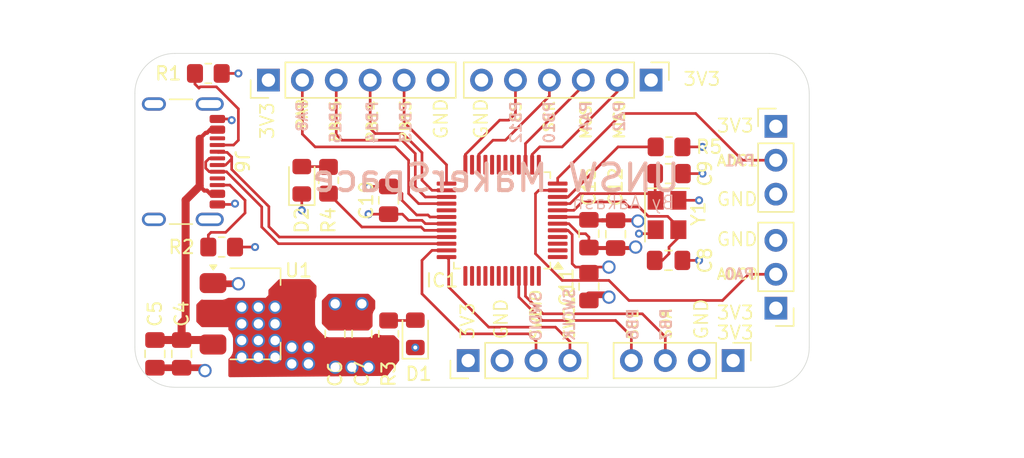
<source format=kicad_pcb>
(kicad_pcb (version 20241229) (generator "pcbnew") (generator_version "9.0")
  (layers (0 "F.Cu" signal) (4 "In1.Cu" signal) (6 "In2.Cu" signal) (2 "B.Cu" signal) (13 "F.Paste" user) (15 "B.Paste" user) (5 "F.SilkS" user "F.Silkscreen") (7 "B.SilkS" user "B.Silkscreen") (1 "F.Mask" user) (3 "B.Mask" user) (25 "Edge.Cuts" user))
  (net 0 "")
  (net 1 "+3V3")
  (net 2 "GND")
  (net 3 "VBUS")
  (net 4 "/X_IN")
  (net 5 "/X_OUT")
  (net 6 "Net-(D1-A)")
  (net 7 "Net-(D2-A)")
  (net 8 "/SWDIO")
  (net 9 "/SWCLK")
  (net 10 "/I2C_SCL")
  (net 11 "/I2C_SDA")
  (net 12 "/ADC0")
  (net 13 "/ADC1")
  (net 14 "/SPI_MISO")
  (net 15 "/SPI_CS")
  (net 16 "/SPI_MOSI")
  (net 17 "/SPI_SCK")
  (net 18 "/USB-DP")
  (net 19 "/USB_DM")
  (net 21 "Net-(J6-CC2)")
  (net 22 "Net-(J6-CC1)")
  (net 23 "/GPIO0")
  (net 24 "/GPIO1")
  (net 25 "/GPIO3")
  (net 26 "/GPIO2")
  (net 27 "/LED0")
  (net 51 "Net-(IC1-PF2)")
  (footprint "Capacitor_SMD:C_0805_2012Metric_Pad1.18x1.45mm_HandSolder" (layer "F.Cu") (at 171 42.9625 -90)
    (property "Reference" "C13" (at -7.4625 0 90) (layer "F.SilkS"))
    (property "Value" "100nF" (hide yes))
    (pad "1" smd roundrect (at -1.0375 0 270) (size 1.175 1.45) (layers "F.Cu" "F.Mask" "F.Paste") (roundrect_rratio 0.212766) (net 1 "+3V3"))
    (pad "2" smd roundrect (at 1.0375 0 270) (size 1.175 1.45) (layers "F.Cu" "F.Mask" "F.Paste") (roundrect_rratio 0.212766) (net 2 "GND"))
  )
  (footprint "Connector_PinHeader_2.54mm:PinHeader_1x04_P2.54mm_Vertical" (layer "F.Cu") (at 161.96 48.5 90)
    (property "Reference" "J1" (hide yes))
    (property "Value" "Conn_01x04_MountingPin" (hide yes))
    (pad "1" thru_hole rect (at 0 0 90) (size 1.7 1.7) (drill 1) (layers "*.Cu" "*.Mask") (net 1 "+3V3"))
    (pad "2" thru_hole oval (at 0 2.54 90) (size 1.7 1.7) (drill 1) (layers "*.Cu" "*.Mask") (net 2 "GND"))
    (pad "3" thru_hole oval (at 0 5.08 90) (size 1.7 1.7) (drill 1) (layers "*.Cu" "*.Mask") (net 8 "/SWDIO"))
    (pad "4" thru_hole oval (at 0 7.62 90) (size 1.7 1.7) (drill 1) (layers "*.Cu" "*.Mask") (net 9 "/SWCLK"))
  )
  (footprint "Connector_USB:USB_C_Receptacle_GCT_USB4105-xx-A_16P_TopMnt_Horizontal" (layer "F.Cu") (at 139.5 33.61 -90)
    (property "Reference" "J6" (at 0 -5.5 270) (layer "F.SilkS"))
    (property "Value" "USB_C_Receptacle_USB2.0_14P" (hide yes))
    (pad "" np_thru_hole circle (at -2.89 -2.605 270) (size 0.65 0.65) (drill 0.65) (layers "F&B.Cu" "*.Mask"))
    (pad "" np_thru_hole circle (at 2.89 -2.605 270) (size 0.65 0.65) (drill 0.65) (layers "F&B.Cu" "*.Mask"))
    (pad "A1" smd roundrect (at -3.2 -3.68 270) (size 0.6 1.15) (layers "F.Cu" "F.Mask" "F.Paste") (net 2 "GND"))
    (pad "A4" smd roundrect (at -2.4 -3.68 270) (size 0.6 1.15) (layers "F.Cu" "F.Mask" "F.Paste") (net 3 "VBUS"))
    (pad "A5" smd roundrect (at -1.25 -3.68 270) (size 0.3 1.15) (layers "F.Cu" "F.Mask" "F.Paste") (net 22 "Net-(J6-CC1)"))
    (pad "A6" smd roundrect (at -0.25 -3.68 270) (size 0.3 1.15) (layers "F.Cu" "F.Mask" "F.Paste") (net 18 "/USB-DP"))
    (pad "A7" smd roundrect (at 0.25 -3.68 270) (size 0.3 1.15) (layers "F.Cu" "F.Mask" "F.Paste") (net 19 "/USB_DM"))
    (pad "A8" smd roundrect (at 1.25 -3.68 270) (size 0.3 1.15) (layers "F.Cu" "F.Mask" "F.Paste"))
    (pad "A9" smd roundrect (at 2.4 -3.68 270) (size 0.6 1.15) (layers "F.Cu" "F.Mask" "F.Paste") (net 3 "VBUS"))
    (pad "A12" smd roundrect (at 3.2 -3.68 270) (size 0.6 1.15) (layers "F.Cu" "F.Mask" "F.Paste") (net 2 "GND"))
    (pad "B1" smd roundrect (at 3.2 -3.68 270) (size 0.6 1.15) (layers "F.Cu" "F.Mask" "F.Paste") (net 2 "GND"))
    (pad "B4" smd roundrect (at 2.4 -3.68 270) (size 0.6 1.15) (layers "F.Cu" "F.Mask" "F.Paste") (net 3 "VBUS"))
    (pad "B5" smd roundrect (at 1.75 -3.68 270) (size 0.3 1.15) (layers "F.Cu" "F.Mask" "F.Paste") (net 21 "Net-(J6-CC2)"))
    (pad "B6" smd roundrect (at 0.75 -3.68 270) (size 0.3 1.15) (layers "F.Cu" "F.Mask" "F.Paste") (net 18 "/USB-DP"))
    (pad "B7" smd roundrect (at -0.75 -3.68 270) (size 0.3 1.15) (layers "F.Cu" "F.Mask" "F.Paste") (net 19 "/USB_DM"))
    (pad "B8" smd roundrect (at -1.75 -3.68 270) (size 0.3 1.15) (layers "F.Cu" "F.Mask" "F.Paste"))
    (pad "B9" smd roundrect (at -2.4 -3.68 270) (size 0.6 1.15) (layers "F.Cu" "F.Mask" "F.Paste") (net 3 "VBUS"))
    (pad "B12" smd roundrect (at -3.2 -3.68 270) (size 0.6 1.15) (layers "F.Cu" "F.Mask" "F.Paste") (net 2 "GND"))
    (pad "S1" thru_hole oval (at -4.32 -3.105 270) (size 1 2.1) (drill oval 0.6 1.7) (layers "*.Cu" "*.Mask" "F.Paste"))
    (pad "S1" thru_hole oval (at -4.32 1.075 270) (size 1 1.8) (drill oval 0.6 1.4) (layers "*.Cu" "*.Mask" "F.Paste"))
    (pad "S1" thru_hole oval (at 4.32 -3.105 270) (size 1 2.1) (drill oval 0.6 1.7) (layers "*.Cu" "*.Mask" "F.Paste"))
    (pad "S1" thru_hole oval (at 4.32 1.075 270) (size 1 1.8) (drill oval 0.6 1.4) (layers "*.Cu" "*.Mask" "F.Paste"))
  )
  (footprint "Capacitor_SMD:C_0805_2012Metric_Pad1.18x1.45mm_HandSolder" (layer "F.Cu") (at 140.5 48 -90)
    (property "Reference" "C4" (at -3 0 90) (layer "F.SilkS"))
    (property "Value" "4u7F" (hide yes))
    (pad "1" smd roundrect (at -1.0375 0 270) (size 1.175 1.45) (layers "F.Cu" "F.Mask" "F.Paste") (roundrect_rratio 0.212766) (net 3 "VBUS"))
    (pad "2" smd roundrect (at 1.0375 0 270) (size 1.175 1.45) (layers "F.Cu" "F.Mask" "F.Paste") (roundrect_rratio 0.212766) (net 2 "GND"))
  )
  (footprint "Resistor_SMD:R_0805_2012Metric_Pad1.20x1.40mm_HandSolder" (layer "F.Cu") (at 177 32.5 180)
    (property "Reference" "R5" (at -3 0 0) (layer "F.SilkS"))
    (property "Value" "1k" (hide yes))
    (pad "1" smd roundrect (at -1 0 180) (size 1.2 1.4) (layers "F.Cu" "F.Mask" "F.Paste") (roundrect_rratio 0.208333) (net 1 "+3V3"))
    (pad "2" smd roundrect (at 1 0 180) (size 1.2 1.4) (layers "F.Cu" "F.Mask" "F.Paste") (roundrect_rratio 0.208333) (net 51 "Net-(IC1-PF2)"))
  )
  (footprint "Capacitor_SMD:C_0805_2012Metric_Pad1.18x1.45mm_HandSolder" (layer "F.Cu") (at 171 39 90)
    (property "Reference" "C11" (at -4 -1.68 90) (layer "F.SilkS"))
    (property "Value" "100nF" (hide yes))
    (pad "1" smd roundrect (at -1.0375 0 90) (size 1.175 1.45) (layers "F.Cu" "F.Mask" "F.Paste") (roundrect_rratio 0.212766) (net 1 "+3V3"))
    (pad "2" smd roundrect (at 1.0375 0 90) (size 1.175 1.45) (layers "F.Cu" "F.Mask" "F.Paste") (roundrect_rratio 0.212766) (net 2 "GND"))
  )
  (footprint "Connector_PinHeader_2.54mm:PinHeader_1x03_P2.54mm_Vertical" (layer "F.Cu") (at 185 30.96)
    (property "Reference" "J4" (hide yes))
    (property "Value" "Conn_01x03" (hide yes))
    (pad "1" thru_hole rect (at 0 0) (size 1.7 1.7) (drill 1) (layers "*.Cu" "*.Mask") (net 1 "+3V3"))
    (pad "2" thru_hole oval (at 0 2.54) (size 1.7 1.7) (drill 1) (layers "*.Cu" "*.Mask") (net 13 "/ADC1"))
    (pad "3" thru_hole oval (at 0 5.08) (size 1.7 1.7) (drill 1) (layers "*.Cu" "*.Mask") (net 2 "GND"))
  )
  (footprint "Resistor_SMD:R_0805_2012Metric_Pad1.20x1.40mm_HandSolder" (layer "F.Cu") (at 156 46.5 90)
    (property "Reference" "R3" (at -3 0 90) (layer "F.SilkS"))
    (property "Value" "1k" (hide yes))
    (pad "1" smd roundrect (at -1 0 90) (size 1.2 1.4) (layers "F.Cu" "F.Mask" "F.Paste") (roundrect_rratio 0.208333) (net 1 "+3V3"))
    (pad "2" smd roundrect (at 1 0 90) (size 1.2 1.4) (layers "F.Cu" "F.Mask" "F.Paste") (roundrect_rratio 0.208333) (net 6 "Net-(D1-A)"))
  )
  (footprint "Capacitor_SMD:C_0805_2012Metric_Pad1.18x1.45mm_HandSolder" (layer "F.Cu") (at 176.9625 41)
    (property "Reference" "C8" (at 2.7375 0 90) (layer "F.SilkS"))
    (property "Value" "14pf" (hide yes))
    (pad "1" smd roundrect (at -1.0375 0) (size 1.175 1.45) (layers "F.Cu" "F.Mask" "F.Paste") (roundrect_rratio 0.212766) (net 4 "/X_IN"))
    (pad "2" smd roundrect (at 1.0375 0) (size 1.175 1.45) (layers "F.Cu" "F.Mask" "F.Paste") (roundrect_rratio 0.212766) (net 2 "GND"))
  )
  (footprint "Connector_PinHeader_2.54mm:PinHeader_1x06_P2.54mm_Vertical" (layer "F.Cu") (at 147 27.5 90)
    (property "Reference" "J7" (hide yes))
    (property "Value" "Conn_01x06" (hide yes))
    (pad "1" thru_hole rect (at 0 0 90) (size 1.7 1.7) (drill 1) (layers "*.Cu" "*.Mask") (net 1 "+3V3"))
    (pad "2" thru_hole oval (at 0 2.54 90) (size 1.7 1.7) (drill 1) (layers "*.Cu" "*.Mask") (net 23 "/GPIO0"))
    (pad "3" thru_hole oval (at 0 5.08 90) (size 1.7 1.7) (drill 1) (layers "*.Cu" "*.Mask") (net 24 "/GPIO1"))
    (pad "4" thru_hole oval (at 0 7.62 90) (size 1.7 1.7) (drill 1) (layers "*.Cu" "*.Mask") (net 26 "/GPIO2"))
    (pad "5" thru_hole oval (at 0 10.16 90) (size 1.7 1.7) (drill 1) (layers "*.Cu" "*.Mask") (net 25 "/GPIO3"))
    (pad "6" thru_hole oval (at 0 12.7 90) (size 1.7 1.7) (drill 1) (layers "*.Cu" "*.Mask") (net 2 "GND"))
  )
  (footprint "Capacitor_SMD:C_0805_2012Metric_Pad1.18x1.45mm_HandSolder" (layer "F.Cu") (at 154 46.5 90)
    (property "Reference" "C7" (at -3 0 90) (layer "F.SilkS"))
    (property "Value" "4u7F" (hide yes))
    (pad "1" smd roundrect (at -1.0375 0 90) (size 1.175 1.45) (layers "F.Cu" "F.Mask" "F.Paste") (roundrect_rratio 0.212766) (net 1 "+3V3"))
    (pad "2" smd roundrect (at 1.0375 0 90) (size 1.175 1.45) (layers "F.Cu" "F.Mask" "F.Paste") (roundrect_rratio 0.212766) (net 2 "GND"))
  )
  (footprint "Package_QFP:LQFP-48_7x7mm_P0.5mm" (layer "F.Cu") (at 164.5 38 180)
    (property "Reference" "IC1" (at 4.5 -4.5 0) (layer "F.SilkS"))
    (property "Value" "STM32C071CBTxN" (hide yes))
    (pad "1" smd roundrect (at -4.1625 -2.75 180) (size 1.475 0.3) (layers "F.Cu" "F.Mask" "F.Paste"))
    (pad "2" smd roundrect (at -4.1625 -2.25 180) (size 1.475 0.3) (layers "F.Cu" "F.Mask" "F.Paste"))
    (pad "3" smd roundrect (at -4.1625 -1.75 180) (size 1.475 0.3) (layers "F.Cu" "F.Mask" "F.Paste"))
    (pad "4" smd roundrect (at -4.1625 -1.25 180) (size 1.475 0.3) (layers "F.Cu" "F.Mask" "F.Paste"))
    (pad "5" smd roundrect (at -4.1625 -0.75 180) (size 1.475 0.3) (layers "F.Cu" "F.Mask" "F.Paste") (net 1 "+3V3"))
    (pad "6" smd roundrect (at -4.1625 -0.25 180) (size 1.475 0.3) (layers "F.Cu" "F.Mask" "F.Paste") (net 1 "+3V3"))
    (pad "7" smd roundrect (at -4.1625 0.25 180) (size 1.475 0.3) (layers "F.Cu" "F.Mask" "F.Paste") (net 2 "GND"))
    (pad "8" smd roundrect (at -4.1625 0.75 180) (size 1.475 0.3) (layers "F.Cu" "F.Mask" "F.Paste") (net 4 "/X_IN"))
    (pad "9" smd roundrect (at -4.1625 1.25 180) (size 1.475 0.3) (layers "F.Cu" "F.Mask" "F.Paste") (net 5 "/X_OUT"))
    (pad "10" smd roundrect (at -4.1625 1.75 180) (size 1.475 0.3) (layers "F.Cu" "F.Mask" "F.Paste") (net 51 "Net-(IC1-PF2)"))
    (pad "11" smd roundrect (at -4.1625 2.25 180) (size 1.475 0.3) (layers "F.Cu" "F.Mask" "F.Paste") (net 12 "/ADC0"))
    (pad "12" smd roundrect (at -4.1625 2.75 180) (size 1.475 0.3) (layers "F.Cu" "F.Mask" "F.Paste") (net 13 "/ADC1"))
    (pad "13" smd roundrect (at -2.75 4.1625 180) (size 0.3 1.475) (layers "F.Cu" "F.Mask" "F.Paste"))
    (pad "14" smd roundrect (at -2.25 4.1625 180) (size 0.3 1.475) (layers "F.Cu" "F.Mask" "F.Paste") (net 14 "/SPI_MISO"))
    (pad "15" smd roundrect (at -1.75 4.1625 180) (size 0.3 1.475) (layers "F.Cu" "F.Mask" "F.Paste") (net 16 "/SPI_MOSI"))
    (pad "16" smd roundrect (at -1.25 4.1625 180) (size 0.3 1.475) (layers "F.Cu" "F.Mask" "F.Paste"))
    (pad "17" smd roundrect (at -0.75 4.1625 180) (size 0.3 1.475) (layers "F.Cu" "F.Mask" "F.Paste"))
    (pad "18" smd roundrect (at -0.25 4.1625 180) (size 0.3 1.475) (layers "F.Cu" "F.Mask" "F.Paste"))
    (pad "19" smd roundrect (at 0.25 4.1625 180) (size 0.3 1.475) (layers "F.Cu" "F.Mask" "F.Paste"))
    (pad "20" smd roundrect (at 0.75 4.1625 180) (size 0.3 1.475) (layers "F.Cu" "F.Mask" "F.Paste"))
    (pad "21" smd roundrect (at 1.25 4.1625 180) (size 0.3 1.475) (layers "F.Cu" "F.Mask" "F.Paste"))
    (pad "22" smd roundrect (at 1.75 4.1625 180) (size 0.3 1.475) (layers "F.Cu" "F.Mask" "F.Paste") (net 17 "/SPI_SCK"))
    (pad "23" smd roundrect (at 2.25 4.1625 180) (size 0.3 1.475) (layers "F.Cu" "F.Mask" "F.Paste"))
    (pad "24" smd roundrect (at 2.75 4.1625 180) (size 0.3 1.475) (layers "F.Cu" "F.Mask" "F.Paste") (net 15 "/SPI_CS"))
    (pad "25" smd roundrect (at 4.1625 2.75 180) (size 1.475 0.3) (layers "F.Cu" "F.Mask" "F.Paste") (net 25 "/GPIO3"))
    (pad "26" smd roundrect (at 4.1625 2.25 180) (size 1.475 0.3) (layers "F.Cu" "F.Mask" "F.Paste") (net 26 "/GPIO2"))
    (pad "27" smd roundrect (at 4.1625 1.75 180) (size 1.475 0.3) (layers "F.Cu" "F.Mask" "F.Paste") (net 24 "/GPIO1"))
    (pad "28" smd roundrect (at 4.1625 1.25 180) (size 1.475 0.3) (layers "F.Cu" "F.Mask" "F.Paste") (net 23 "/GPIO0"))
    (pad "29" smd roundrect (at 4.1625 0.75 180) (size 1.475 0.3) (layers "F.Cu" "F.Mask" "F.Paste"))
    (pad "30" smd roundrect (at 4.1625 0.25 180) (size 1.475 0.3) (layers "F.Cu" "F.Mask" "F.Paste") (net 2 "GND"))
    (pad "31" smd roundrect (at 4.1625 -0.25 180) (size 1.475 0.3) (layers "F.Cu" "F.Mask" "F.Paste") (net 1 "+3V3"))
    (pad "32" smd roundrect (at 4.1625 -0.75 180) (size 1.475 0.3) (layers "F.Cu" "F.Mask" "F.Paste") (net 27 "/LED0"))
    (pad "33" smd roundrect (at 4.1625 -1.25 180) (size 1.475 0.3) (layers "F.Cu" "F.Mask" "F.Paste") (net 19 "/USB_DM"))
    (pad "34" smd roundrect (at 4.1625 -1.75 180) (size 1.475 0.3) (layers "F.Cu" "F.Mask" "F.Paste") (net 18 "/USB-DP"))
    (pad "35" smd roundrect (at 4.1625 -2.25 180) (size 1.475 0.3) (layers "F.Cu" "F.Mask" "F.Paste"))
    (pad "36" smd roundrect (at 4.1625 -2.75 180) (size 1.475 0.3) (layers "F.Cu" "F.Mask" "F.Paste"))
    (pad "37" smd roundrect (at 2.75 -4.1625 180) (size 0.3 1.475) (layers "F.Cu" "F.Mask" "F.Paste"))
    (pad "38" smd roundrect (at 2.25 -4.1625 180) (size 0.3 1.475) (layers "F.Cu" "F.Mask" "F.Paste"))
    (pad "39" smd roundrect (at 1.75 -4.1625 180) (size 0.3 1.475) (layers "F.Cu" "F.Mask" "F.Paste"))
    (pad "40" smd roundrect (at 1.25 -4.1625 180) (size 0.3 1.475) (layers "F.Cu" "F.Mask" "F.Paste"))
    (pad "41" smd roundrect (at 0.75 -4.1625 180) (size 0.3 1.475) (layers "F.Cu" "F.Mask" "F.Paste"))
    (pad "42" smd roundrect (at 0.25 -4.1625 180) (size 0.3 1.475) (layers "F.Cu" "F.Mask" "F.Paste"))
    (pad "43" smd roundrect (at -0.25 -4.1625 180) (size 0.3 1.475) (layers "F.Cu" "F.Mask" "F.Paste"))
    (pad "44" smd roundrect (at -0.75 -4.1625 180) (size 0.3 1.475) (layers "F.Cu" "F.Mask" "F.Paste"))
    (pad "45" smd roundrect (at -1.25 -4.1625 180) (size 0.3 1.475) (layers "F.Cu" "F.Mask" "F.Paste") (net 10 "/I2C_SCL"))
    (pad "46" smd roundrect (at -1.75 -4.1625 180) (size 0.3 1.475) (layers "F.Cu" "F.Mask" "F.Paste") (net 11 "/I2C_SDA"))
    (pad "47" smd roundrect (at -2.25 -4.1625 180) (size 0.3 1.475) (layers "F.Cu" "F.Mask" "F.Paste"))
    (pad "48" smd roundrect (at -2.75 -4.1625 180) (size 0.3 1.475) (layers "F.Cu" "F.Mask" "F.Paste"))
  )
  (footprint "Capacitor_SMD:C_0805_2012Metric_Pad1.18x1.45mm_HandSolder" (layer "F.Cu") (at 138.5 48 -90)
    (property "Reference" "C5" (at -3 0 90) (layer "F.SilkS"))
    (property "Value" "100nF" (hide yes))
    (pad "1" smd roundrect (at -1.0375 0 270) (size 1.175 1.45) (layers "F.Cu" "F.Mask" "F.Paste") (roundrect_rratio 0.212766) (net 3 "VBUS"))
    (pad "2" smd roundrect (at 1.0375 0 270) (size 1.175 1.45) (layers "F.Cu" "F.Mask" "F.Paste") (roundrect_rratio 0.212766) (net 2 "GND"))
  )
  (footprint "Package_TO_SOT_SMD:SOT-223-3_TabPin2" (layer "F.Cu") (at 146 45)
    (property "Reference" "U1" (at 3.25 -3.25 0) (layer "F.SilkS"))
    (property "Value" "AMS1117-3.3" (hide yes))
    (pad "1" smd roundrect (at -3.15 -2.3) (size 2 1.5) (layers "F.Cu" "F.Mask" "F.Paste") (net 2 "GND"))
    (pad "2" smd roundrect (at -3.15 0) (size 2 1.5) (layers "F.Cu" "F.Mask" "F.Paste") (net 1 "+3V3"))
    (pad "2" smd roundrect (at 3.15 0) (size 2 3.8) (layers "F.Cu" "F.Mask" "F.Paste") (net 1 "+3V3"))
    (pad "3" smd roundrect (at -3.15 2.3) (size 2 1.5) (layers "F.Cu" "F.Mask" "F.Paste") (net 3 "VBUS"))
  )
  (footprint "LED_SMD:LED_0805_2012Metric_Pad1.15x1.40mm_HandSolder" (layer "F.Cu") (at 149.5 35 90)
    (property "Reference" "D2" (at -3 0 90) (layer "F.SilkS"))
    (property "Value" "LED" (hide yes))
    (pad "1" smd roundrect (at -1.025 0 90) (size 1.15 1.4) (layers "F.Cu" "F.Mask" "F.Paste") (roundrect_rratio 0.217391) (net 2 "GND"))
    (pad "2" smd roundrect (at 1.025 0 90) (size 1.15 1.4) (layers "F.Cu" "F.Mask" "F.Paste") (roundrect_rratio 0.217391) (net 7 "Net-(D2-A)"))
  )
  (footprint "Capacitor_SMD:C_0805_2012Metric_Pad1.18x1.45mm_HandSolder" (layer "F.Cu") (at 173 39.0375 90)
    (property "Reference" "C12" (at 3.5375 0 90) (layer "F.SilkS"))
    (property "Value" "4u7F" (hide yes))
    (pad "1" smd roundrect (at -1.0375 0 90) (size 1.175 1.45) (layers "F.Cu" "F.Mask" "F.Paste") (roundrect_rratio 0.212766) (net 1 "+3V3"))
    (pad "2" smd roundrect (at 1.0375 0 90) (size 1.175 1.45) (layers "F.Cu" "F.Mask" "F.Paste") (roundrect_rratio 0.212766) (net 2 "GND"))
  )
  (footprint "Resistor_SMD:R_0805_2012Metric_Pad1.20x1.40mm_HandSolder" (layer "F.Cu") (at 151.5 35 90)
    (property "Reference" "R4" (at -3 0 90) (layer "F.SilkS"))
    (property "Value" "100" (hide yes))
    (pad "1" smd roundrect (at -1 0 90) (size 1.2 1.4) (layers "F.Cu" "F.Mask" "F.Paste") (roundrect_rratio 0.208333) (net 27 "/LED0"))
    (pad "2" smd roundrect (at 1 0 90) (size 1.2 1.4) (layers "F.Cu" "F.Mask" "F.Paste") (roundrect_rratio 0.208333) (net 7 "Net-(D2-A)"))
  )
  (footprint "Resistor_SMD:R_0805_2012Metric_Pad1.20x1.40mm_HandSolder" (layer "F.Cu") (at 142.5 27)
    (property "Reference" "R1" (at -3 0 0) (layer "F.SilkS"))
    (property "Value" "5.1k" (hide yes))
    (pad "1" smd roundrect (at -1 0) (size 1.2 1.4) (layers "F.Cu" "F.Mask" "F.Paste") (roundrect_rratio 0.208333) (net 22 "Net-(J6-CC1)"))
    (pad "2" smd roundrect (at 1 0) (size 1.2 1.4) (layers "F.Cu" "F.Mask" "F.Paste") (roundrect_rratio 0.208333) (net 2 "GND"))
  )
  (footprint "Connector_PinHeader_2.54mm:PinHeader_1x06_P2.54mm_Vertical" (layer "F.Cu") (at 175.66 27.5 -90)
    (property "Reference" "J5" (hide yes))
    (property "Value" "Conn_01x06" (hide yes))
    (pad "1" thru_hole rect (at 0 0 270) (size 1.7 1.7) (drill 1) (layers "*.Cu" "*.Mask") (net 1 "+3V3"))
    (pad "2" thru_hole oval (at 0 2.54 270) (size 1.7 1.7) (drill 1) (layers "*.Cu" "*.Mask") (net 14 "/SPI_MISO"))
    (pad "3" thru_hole oval (at 0 5.08 270) (size 1.7 1.7) (drill 1) (layers "*.Cu" "*.Mask") (net 16 "/SPI_MOSI"))
    (pad "4" thru_hole oval (at 0 7.62 270) (size 1.7 1.7) (drill 1) (layers "*.Cu" "*.Mask") (net 17 "/SPI_SCK"))
    (pad "5" thru_hole oval (at 0 10.16 270) (size 1.7 1.7) (drill 1) (layers "*.Cu" "*.Mask") (net 15 "/SPI_CS"))
    (pad "6" thru_hole oval (at 0 12.7 270) (size 1.7 1.7) (drill 1) (layers "*.Cu" "*.Mask") (net 2 "GND"))
  )
  (footprint "Connector_PinHeader_2.54mm:PinHeader_1x03_P2.54mm_Vertical" (layer "F.Cu") (at 185 44.58 180)
    (property "Reference" "J3" (hide yes))
    (property "Value" "Conn_01x03" (hide yes))
    (pad "1" thru_hole rect (at 0 0 180) (size 1.7 1.7) (drill 1) (layers "*.Cu" "*.Mask") (net 1 "+3V3"))
    (pad "2" thru_hole oval (at 0 2.54 180) (size 1.7 1.7) (drill 1) (layers "*.Cu" "*.Mask") (net 12 "/ADC0"))
    (pad "3" thru_hole oval (at 0 5.08 180) (size 1.7 1.7) (drill 1) (layers "*.Cu" "*.Mask") (net 2 "GND"))
  )
  (footprint "Resistor_SMD:R_0805_2012Metric_Pad1.20x1.40mm_HandSolder" (layer "F.Cu") (at 143.5 40)
    (property "Reference" "R2" (at -3 0 0) (layer "F.SilkS"))
    (property "Value" "5.1k" (hide yes))
    (pad "1" smd roundrect (at -1 0) (size 1.2 1.4) (layers "F.Cu" "F.Mask" "F.Paste") (roundrect_rratio 0.208333) (net 21 "Net-(J6-CC2)"))
    (pad "2" smd roundrect (at 1 0) (size 1.2 1.4) (layers "F.Cu" "F.Mask" "F.Paste") (roundrect_rratio 0.208333) (net 2 "GND"))
  )
  (footprint "Capacitor_SMD:C_0805_2012Metric_Pad1.18x1.45mm_HandSolder" (layer "F.Cu") (at 156 36.5 90)
    (property "Reference" "C10" (at 0 -1.68 90) (layer "F.SilkS"))
    (property "Value" "100nF" (hide yes))
    (pad "1" smd roundrect (at -1.0375 0 90) (size 1.175 1.45) (layers "F.Cu" "F.Mask" "F.Paste") (roundrect_rratio 0.212766) (net 1 "+3V3"))
    (pad "2" smd roundrect (at 1.0375 0 90) (size 1.175 1.45) (layers "F.Cu" "F.Mask" "F.Paste") (roundrect_rratio 0.212766) (net 2 "GND"))
  )
  (footprint "Capacitor_SMD:C_0805_2012Metric_Pad1.18x1.45mm_HandSolder" (layer "F.Cu") (at 177 34.5)
    (property "Reference" "C9" (at 2.7 0 90) (layer "F.SilkS"))
    (property "Value" "14pf" (hide yes))
    (pad "1" smd roundrect (at -1.0375 0) (size 1.175 1.45) (layers "F.Cu" "F.Mask" "F.Paste") (roundrect_rratio 0.212766) (net 5 "/X_OUT"))
    (pad "2" smd roundrect (at 1.0375 0) (size 1.175 1.45) (layers "F.Cu" "F.Mask" "F.Paste") (roundrect_rratio 0.212766) (net 2 "GND"))
  )
  (footprint "Crystal:Crystal_SMD_3225-4Pin_3.2x2.5mm" (layer "F.Cu") (at 176.85 37.6 -90)
    (property "Reference" "Y1" (at -0.1 -2.35 90) (layer "F.SilkS"))
    (property "Value" "Crystal_GND24" (hide yes))
    (pad "1" smd rect (at -1.1 0.85 270) (size 1.4 1.2) (layers "F.Cu" "F.Mask" "F.Paste") (net 5 "/X_OUT"))
    (pad "2" smd rect (at 1.1 0.85 270) (size 1.4 1.2) (layers "F.Cu" "F.Mask" "F.Paste") (net 2 "GND"))
    (pad "3" smd rect (at 1.1 -0.85 270) (size 1.4 1.2) (layers "F.Cu" "F.Mask" "F.Paste") (net 4 "/X_IN"))
    (pad "4" smd rect (at -1.1 -0.85 270) (size 1.4 1.2) (layers "F.Cu" "F.Mask" "F.Paste") (net 2 "GND"))
  )
  (footprint "Capacitor_SMD:C_0805_2012Metric_Pad1.18x1.45mm_HandSolder" (layer "F.Cu") (at 151.99 46.5 90)
    (property "Reference" "C6" (at -3 0.01 90) (layer "F.SilkS"))
    (property "Value" "100nF" (hide yes))
    (pad "1" smd roundrect (at -1.0375 0 90) (size 1.175 1.45) (layers "F.Cu" "F.Mask" "F.Paste") (roundrect_rratio 0.212766) (net 1 "+3V3"))
    (pad "2" smd roundrect (at 1.0375 0 90) (size 1.175 1.45) (layers "F.Cu" "F.Mask" "F.Paste") (roundrect_rratio 0.212766) (net 2 "GND"))
  )
  (footprint "Connector_PinHeader_2.54mm:PinHeader_1x04_P2.54mm_Vertical" (layer "F.Cu") (at 181.8 48.5 -90)
    (property "Reference" "J2" (hide yes))
    (property "Value" "Conn_01x04_MountingPin" (hide yes))
    (pad "1" thru_hole rect (at 0 0 270) (size 1.7 1.7) (drill 1) (layers "*.Cu" "*.Mask") (net 1 "+3V3"))
    (pad "2" thru_hole oval (at 0 2.54 270) (size 1.7 1.7) (drill 1) (layers "*.Cu" "*.Mask") (net 2 "GND"))
    (pad "3" thru_hole oval (at 0 5.08 270) (size 1.7 1.7) (drill 1) (layers "*.Cu" "*.Mask") (net 11 "/I2C_SDA"))
    (pad "4" thru_hole oval (at 0 7.62 270) (size 1.7 1.7) (drill 1) (layers "*.Cu" "*.Mask") (net 10 "/I2C_SCL"))
  )
  (footprint "LED_SMD:LED_0805_2012Metric_Pad1.15x1.40mm_HandSolder" (layer "F.Cu") (at 158 46.5 90)
    (property "Reference" "D1" (at -3 0.25 180) (layer "F.SilkS"))
    (property "Value" "LED" (hide yes))
    (pad "1" smd roundrect (at -1.025 0 90) (size 1.15 1.4) (layers "F.Cu" "F.Mask" "F.Paste") (roundrect_rratio 0.217391) (net 2 "GND"))
    (pad "2" smd roundrect (at 1.025 0 90) (size 1.15 1.4) (layers "F.Cu" "F.Mask" "F.Paste") (roundrect_rratio 0.217391) (net 6 "Net-(D1-A)"))
  )
  (gr_line (start 137 47.5) (end 137 28.5) (stroke (width 0.05)) (layer "Edge.Cuts"))
  (gr_line (start 140 25.5) (end 184.5 25.5) (stroke (width 0.05)) (layer "Edge.Cuts"))
  (gr_arc (start 184.5 25.5) (mid 186.62132 26.37868) (end 187.5 28.5) (stroke (width 0.05)) (layer "Edge.Cuts"))
  (gr_arc (start 140 50.5) (mid 137.87868 49.62132) (end 137 47.5) (stroke (width 0.05)) (layer "Edge.Cuts"))
  (gr_line (start 184.5 50.5) (end 140 50.5) (stroke (width 0.05)) (layer "Edge.Cuts"))
  (gr_line (start 187.5 28.5) (end 187.5 47.5) (stroke (width 0.05)) (layer "Edge.Cuts"))
  (gr_arc (start 187.5 47.5) (mid 186.62132 49.62132) (end 184.5 50.5) (stroke (width 0.05)) (layer "Edge.Cuts"))
  (gr_arc (start 137 28.5) (mid 137.87868 26.37868) (end 140 25.5) (stroke (width 0.05)) (layer "Edge.Cuts"))
  (gr_text "3V3" (at 147.5 32 90) (layer "F.SilkS") (effects (font (size 1 1) (thickness 0.125)) (justify left bottom)))
  (gr_text "GND" (at 163.5 32 90) (layer "F.SilkS") (effects (font (size 1 1) (thickness 0.125)) (justify left bottom)))
  (gr_text "3V3" (at 162.5 47 90) (layer "F.SilkS") (effects (font (size 1 1) (thickness 0.125)) (justify left bottom)))
  (gr_text "SCK\n" (at 168.5 31.5 90) (layer "F.SilkS") (effects (font (size 0.8 0.8) (thickness 0.15) (bold yes)) (justify left bottom)))
  (gr_text "SWDIO" (at 167.5 47 90) (layer "F.SilkS") (effects (font (size 0.8 0.8) (thickness 0.15) (bold yes)) (justify left bottom)))
  (gr_text "GND" (at 180.5 37 0) (layer "F.SilkS") (effects (font (size 1 1) (thickness 0.125)) (justify left bottom)))
  (gr_text "SCL" (at 174.75 47 90) (layer "F.SilkS") (effects (font (size 0.8 0.8) (thickness 0.15) (bold yes)) (justify left bottom)))
  (gr_text "GND" (at 160.5 32 90) (layer "F.SilkS") (effects (font (size 1 1) (thickness 0.125)) (justify left bottom)))
  (gr_text "PB13" (at 157.75 32.25 90) (layer "F.SilkS") (effects (font (size 0.8 0.8) (thickness 0.15) (bold yes)) (justify left bottom)))
  (gr_text "PB14" (at 155.25 32.25 90) (layer "F.SilkS") (effects (font (size 0.8 0.8) (thickness 0.15) (bold yes)) (justify left bottom)))
  (gr_text "3V3" (at 180.5 45.5 0) (layer "F.SilkS") (effects (font (size 1 1) (thickness 0.125)) (justify left bottom)))
  (gr_text "MOSI\n" (at 171.25 32 90) (layer "F.SilkS") (effects (font (size 0.8 0.8) (thickness 0.15) (bold yes)) (justify left bottom)))
  (gr_text "MISO" (at 173.75 32 90) (layer "F.SilkS") (effects (font (size 0.8 0.8) (thickness 0.15) (bold yes)) (justify left bottom)))
  (gr_text "ADC1" (at 180.5 34 0) (layer "F.SilkS") (effects (font (size 0.8 0.8) (thickness 0.15) (bold yes)) (justify left bottom)))
  (gr_text "CS" (at 166 30.75 90) (layer "F.SilkS") (effects (font (size 0.8 0.8) (thickness 0.15) (bold yes)) (justify left bottom)))
  (gr_text "PA8" (at 150 31.25 90) (layer "F.SilkS") (effects (font (size 0.8 0.8) (thickness 0.15) (bold yes)) (justify left bottom)))
  (gr_text "3V3" (at 178 28 0) (layer "F.SilkS") (effects (font (size 1 1) (thickness 0.125)) (justify left bottom)))
  (gr_text "3V3" (at 180.5 31.5 0) (layer "F.SilkS") (effects (font (size 1 1) (thickness 0.125)) (justify left bottom)))
  (gr_text "3V3" (at 180.5 47 0) (layer "F.SilkS") (effects (font (size 1 1) (thickness 0.125)) (justify left bottom)))
  (gr_text "PB15" (at 152.5 32.25 90) (layer "F.SilkS") (effects (font (size 0.8 0.8) (thickness 0.15) (bold yes)) (justify left bottom)))
  (gr_text "GND" (at 165 47 90) (layer "F.SilkS") (effects (font (size 1 1) (thickness 0.125)) (justify left bottom)))
  (gr_text "ADC0" (at 180.5 42.5 0) (layer "F.SilkS") (effects (font (size 0.8 0.8) (thickness 0.15) (bold yes)) (justify left bottom)))
  (gr_text "GND" (at 180 47 90) (layer "F.SilkS") (effects (font (size 1 1) (thickness 0.125)) (justify left bottom)))
  (gr_text "GND" (at 180.5 40 0) (layer "F.SilkS") (effects (font (size 1 1) (thickness 0.125)) (justify left bottom)))
  (gr_text "SWCLK" (at 170 47 90) (layer "F.SilkS") (effects (font (size 0.8 0.8) (thickness 0.15) (bold yes)) (justify left bottom)))
  (gr_text "SDA" (at 177.25 47 90) (layer "F.SilkS") (effects (font (size 0.8 0.8) (thickness 0.15) (bold yes)) (justify left bottom)))
  (gr_text "PB10" (at 168.5 29 90) (layer "B.SilkS") (effects (font (size 0.8 0.8) (thickness 0.15) (bold yes)) (justify left bottom mirror)))
  (gr_text "SWCLK" (at 170 43 90) (layer "B.SilkS") (effects (font (size 0.8 0.8) (thickness 0.15) (bold yes)) (justify left bottom mirror)))
  (gr_text "PA4" (at 171.25 29 90) (layer "B.SilkS") (effects (font (size 0.8 0.8) (thickness 0.15) (bold yes)) (justify left bottom mirror)))
  (gr_text "PA0" (at 183.5 42.5 0) (layer "B.SilkS") (effects (font (size 0.8 0.8) (thickness 0.15) (bold yes)) (justify left bottom mirror)))
  (gr_text "PB12" (at 166 29 90) (layer "B.SilkS") (effects (font (size 0.8 0.8) (thickness 0.15) (bold yes)) (justify left bottom mirror)))
  (gr_text "PB6" (at 174.75 44.5 90) (layer "B.SilkS") (effects (font (size 0.8 0.8) (thickness 0.15) (bold yes)) (justify left bottom mirror)))
  (gr_text "PB14" (at 155.25 29 90) (layer "B.SilkS") (effects (font (size 0.8 0.8) (thickness 0.15) (bold yes)) (justify left bottom mirror)))
  (gr_text "UNSW MakerSpace" (at 178 36 0) (layer "B.SilkS") (effects (font (size 2 2) (thickness 0.3)) (justify left bottom mirror)))
  (gr_text "By Aakash" (at 177.5 37.25 0) (layer "B.SilkS") (effects (font (size 1 1) (thickness 0.1)) (justify left bottom mirror)))
  (gr_text "PB7" (at 177.25 44.5 90) (layer "B.SilkS") (effects (font (size 0.8 0.8) (thickness 0.15) (bold yes)) (justify left bottom mirror)))
  (gr_text "PB15" (at 152.5 29 90) (layer "B.SilkS") (effects (font (size 0.8 0.8) (thickness 0.15) (bold yes)) (justify left bottom mirror)))
  (gr_text "SWDIO" (at 167.5 43.25 90) (layer "B.SilkS") (effects (font (size 0.8 0.8) (thickness 0.15) (bold yes)) (justify left bottom mirror)))
  (gr_text "PA8" (at 150 29 90) (layer "B.SilkS") (effects (font (size 0.8 0.8) (thickness 0.15) (bold yes)) (justify left bottom mirror)))
  (gr_text "PB13" (at 157.75 29 90) (layer "B.SilkS") (effects (font (size 0.8 0.8) (thickness 0.15) (bold yes)) (justify left bottom mirror)))
  (gr_text "PA1" (at 183.5 34 0) (layer "B.SilkS") (effects (font (size 0.8 0.8) (thickness 0.15) (bold yes)) (justify left bottom mirror)))
  (gr_text "PA2" (at 173.75 29 90) (layer "B.SilkS") (effects (font (size 0.8 0.8) (thickness 0.15) (bold yes)) (justify left bottom mirror)))
  (segment (start 172.25 40.075) (end 174.425 40.075) (width 0.3) (layer "F.Cu") (net 1))
  (segment (start 170.25 39) (end 170.75 39) (width 0.2) (layer "F.Cu") (net 1))
  (segment (start 168.6625 38.25) (end 169.5 38.25) (width 0.2) (layer "F.Cu") (net 1))
  (segment (start 168.6625 38.75) (end 169.43241 38.75) (width 0.2) (layer "F.Cu") (net 1))
  (segment (start 156 47.5) (end 154.0375 47.5) (width 0.2) (layer "F.Cu") (net 1))
  (segment (start 179.5 32.5) (end 178 32.5) (width 0.2) (layer "F.Cu") (net 1))
  (segment (start 173 40.075) (end 172.25 40.075) (width 0.3) (layer "F.Cu") (net 1))
  (segment (start 172.5 41.5) (end 171 41.5) (width 0.2) (layer "F.Cu") (net 1))
  (segment (start 174.425 40.075) (end 174.5 40) (width 0.3) (layer "F.Cu") (net 1))
  (segment (start 170 41.5) (end 171 41.5) (width 0.2) (layer "F.Cu") (net 1))
  (segment (start 170.75 39) (end 171 39.25) (width 0.2) (layer "F.Cu") (net 1))
  (segment (start 169.75 41.25) (end 170 41.5) (width 0.2) (layer "F.Cu") (net 1))
  (segment (start 154.5 37.5375) (end 157.0375 37.5375) (width 0.2) (layer "F.Cu") (net 1))
  (segment (start 158.501414 38) (end 158.751414 38.25) (width 0.2) (layer "F.Cu") (net 1))
  (segment (start 157.0375 37.5375) (end 157.5 38) (width 0.2) (layer "F.Cu") (net 1))
  (segment (start 172.25 40.075) (end 171 40.075) (width 0.3) (layer "F.Cu") (net 1))
  (segment (start 157.5 38) (end 158.501414 38) (width 0.2) (layer "F.Cu") (net 1))
  (segment (start 169.75 39.06759) (end 169.75 41.25) (width 0.2) (layer "F.Cu") (net 1))
  (segment (start 169.43241 38.75) (end 169.75 39.06759) (width 0.2) (layer "F.Cu") (net 1))
  (segment (start 169.5 38.25) (end 170.25 39) (width 0.2) (layer "F.Cu") (net 1))
  (segment (start 158.751414 38.25) (end 160.3375 38.25) (width 0.2) (layer "F.Cu") (net 1))
  (segment (start 154.0375 47.5) (end 154 47.5375) (width 0.2) (layer "F.Cu") (net 1))
  (segment (start 171 39.25) (end 171 40.075) (width 0.2) (layer "F.Cu") (net 1))
  (via (at 146.25 45.75) (size 1) (drill 0.7) (layers "F.Cu" "B.Cu") (net 1))
  (via (at 146.25 48.25) (size 1) (drill 0.7) (layers "F.Cu" "B.Cu") (net 1))
  (via (at 148.75 48.75) (size 1) (drill 0.7) (layers "F.Cu" "B.Cu") (net 1))
  (via (at 150 47.5) (size 1) (drill 0.7) (layers "F.Cu" "B.Cu") (net 1))
  (via (at 147.5 48.25) (size 1) (drill 0.7) (layers "F.Cu" "B.Cu") (net 1))
  (via (at 172.5 41.5) (size 1) (drill 0.7) (layers "F.Cu" "B.Cu") (net 1))
  (via (at 147.5 45.75) (size 1) (drill 0.7) (layers "F.Cu" "B.Cu") (net 1))
  (via (at 150 48.75) (size 1) (drill 0.7) (layers "F.Cu" "B.Cu") (net 1))
  (via (at 174.5 40) (size 1) (drill 0.7) (layers "F.Cu" "B.Cu") (net 1))
  (via (at 152 49) (size 1) (drill 0.7) (layers "F.Cu" "B.Cu") (net 1))
  (via (at 145 44.5) (size 1) (drill 0.7) (layers "F.Cu" "B.Cu") (net 1))
  (via (at 154.5 37.5375) (size 0.6) (drill 0.3) (layers "F.Cu" "B.Cu") (net 1))
  (via (at 145 48.25) (size 1) (drill 0.7) (layers "F.Cu" "B.Cu") (net 1))
  (via (at 147.5 47) (size 1) (drill 0.7) (layers "F.Cu" "B.Cu") (net 1))
  (via (at 153.25 49) (size 1) (drill 0.7) (layers "F.Cu" "B.Cu") (net 1))
  (via (at 145 47) (size 1) (drill 0.7) (layers "F.Cu" "B.Cu") (net 1))
  (via (at 154.5 49) (size 1) (drill 0.7) (layers "F.Cu" "B.Cu") (net 1))
  (via (at 179.5 32.5) (size 0.6) (drill 0.3) (layers "F.Cu" "B.Cu") (net 1))
  (via (at 147.5 44.5) (size 1) (drill 0.7) (layers "F.Cu" "B.Cu") (net 1))
  (via (at 148.75 47.5) (size 1) (drill 0.7) (layers "F.Cu" "B.Cu") (net 1))
  (via (at 146.25 47) (size 1) (drill 0.7) (layers "F.Cu" "B.Cu") (net 1))
  (via (at 146.25 44.5) (size 1) (drill 0.7) (layers "F.Cu" "B.Cu") (net 1))
  (via (at 145 45.75) (size 1) (drill 0.7) (layers "F.Cu" "B.Cu") (net 1))
  (segment (start 170.75 37.75) (end 171 38) (width 0.2) (layer "F.Cu") (net 2))
  (segment (start 157 36) (end 157 36.5) (width 0.2) (layer "F.Cu") (net 2))
  (segment (start 144.16 30.41) (end 144.25 30.5) (width 0.2) (layer "F.Cu") (net 2))
  (segment (start 159.099 37.75) (end 160.3375 37.75) (width 0.2) (layer "F.Cu") (net 2))
  (segment (start 143.5 27) (end 144.75 27) (width 0.2) (layer "F.Cu") (net 2))
  (segment (start 149.5 37.25) (end 149.5 36.025) (width 0.2) (layer "F.Cu") (net 2))
  (segment (start 143.18 36.81) (end 144.44 36.81) (width 0.2) (layer "F.Cu") (net 2))
  (segment (start 171 38) (end 172 38) (width 0.3) (layer "F.Cu") (net 2))
  (segment (start 172 38) (end 173 38) (width 0.3) (layer "F.Cu") (net 2))
  (segment (start 142.0375 49.0375) (end 142.25 49.25) (width 0.5) (layer "F.Cu") (net 2))
  (segment (start 154.5375 35.4625) (end 156.4625 35.4625) (width 0.2) (layer "F.Cu") (net 2))
  (segment (start 178.0375 34.5) (end 179.5 34.5) (width 0.2) (layer "F.Cu") (net 2))
  (segment (start 172.325 43.575) (end 172.5 43.75) (width 0.5) (layer "F.Cu") (net 2))
  (segment (start 138.5 49.0375) (end 142.0375 49.0375) (width 0.5) (layer "F.Cu") (net 2))
  (segment (start 158.948 37.599) (end 159.099 37.75) (width 0.2) (layer "F.Cu") (net 2))
  (segment (start 174.75 39) (end 175.7 39) (width 0.2) (layer "F.Cu") (net 2))
  (segment (start 154.5 35.5) (end 154.5375 35.4625) (width 0.2) (layer "F.Cu") (net 2))
  (segment (start 158.099 37.599) (end 158.948 37.599) (width 0.2) (layer "F.Cu") (net 2))
  (segment (start 168.6625 37.75) (end 170.75 37.75) (width 0.2) (layer "F.Cu") (net 2))
  (segment (start 143.18 30.41) (end 144.16 30.41) (width 0.2) (layer "F.Cu") (net 2))
  (segment (start 172 38) (end 174.618628 38) (width 0.3) (layer "F.Cu") (net 2))
  (segment (start 174.618628 38) (end 174.674224 38.055596) (width 0.3) (layer "F.Cu") (net 2))
  (segment (start 177.7 36.5) (end 179.25 36.5) (width 0.2) (layer "F.Cu") (net 2))
  (segment (start 157 36.5) (end 158.099 37.599) (width 0.2) (layer "F.Cu") (net 2))
  (segment (start 175.7 39) (end 176 38.7) (width 0.2) (layer "F.Cu") (net 2))
  (segment (start 144.44 36.81) (end 144.5 36.75) (width 0.2) (layer "F.Cu") (net 2))
  (segment (start 144.5 40) (end 146 40) (width 0.2) (layer "F.Cu") (net 2))
  (segment (start 171 43.575) (end 172.325 43.575) (width 0.5) (layer "F.Cu") (net 2))
  (segment (start 156.4625 35.4625) (end 157 36) (width 0.2) (layer "F.Cu") (net 2))
  (segment (start 142.9 42.75) (end 142.85 42.7) (width 0.2) (layer "F.Cu") (net 2))
  (segment (start 144.75 42.75) (end 142.9 42.75) (width 0.5) (layer "F.Cu") (net 2))
  (segment (start 178 41) (end 179.25 41) (width 0.2) (layer "F.Cu") (net 2))
  (via (at 146 40) (size 0.6) (drill 0.3) (layers "F.Cu" "B.Cu") (net 2))
  (via (at 179.25 36.5) (size 0.6) (drill 0.3) (layers "F.Cu" "B.Cu") (net 2))
  (via (at 144.25 30.5) (size 0.6) (drill 0.3) (layers "F.Cu" "B.Cu") (net 2))
  (via (at 154.5 35.5) (size 0.6) (drill 0.3) (layers "F.Cu" "B.Cu") (net 2))
  (via (at 179.25 41) (size 0.6) (drill 0.3) (layers "F.Cu" "B.Cu") (net 2))
  (via (at 179.5 34.5) (size 0.6) (drill 0.3) (layers "F.Cu" "B.Cu") (net 2))
  (via (at 149.5 37.25) (size 0.6) (drill 0.3) (layers "F.Cu" "B.Cu") (net 2))
  (via (at 142.25 49.25) (size 1) (drill 0.7) (layers "F.Cu" "B.Cu") (net 2))
  (via (at 152 44.25) (size 1) (drill 0.7) (layers "F.Cu" "B.Cu") (net 2))
  (via (at 172.5 43.75) (size 1) (drill 0.7) (layers "F.Cu" "B.Cu") (net 2))
  (via (at 144.75 27) (size 0.6) (drill 0.3) (layers "F.Cu" "B.Cu") (net 2))
  (via (at 174.674224 38.055596) (size 1) (drill 0.7) (layers "F.Cu" "B.Cu") (net 2))
  (via (at 154 44.25) (size 1) (drill 0.7) (layers "F.Cu" "B.Cu") (net 2))
  (via (at 144.5 36.75) (size 0.6) (drill 0.3) (layers "F.Cu" "B.Cu") (net 2))
  (via (at 158 47.525) (size 0.6) (drill 0.3) (layers "F.Cu" "B.Cu") (net 2))
  (via (at 174.75 39) (size 0.6) (drill 0.3) (layers "F.Cu" "B.Cu") (net 2))
  (via (at 144.75 42.75) (size 1) (drill 0.7) (layers "F.Cu" "B.Cu") (net 2))
  (segment (start 140.5 46.9625) (end 138.5 46.9625) (width 0.6) (layer "F.Cu") (net 3))
  (segment (start 142.405305 35.775) (end 142.2 35.775) (width 0.3) (layer "F.Cu") (net 3))
  (segment (start 142.5125 46.9625) (end 142.85 47.3) (width 0.3) (layer "F.Cu") (net 3))
  (segment (start 140.5 45.7) (end 140.5 46.9625) (width 0.6) (layer "F.Cu") (net 3))
  (segment (start 142.640305 31.21) (end 142.405305 31.445) (width 0.3) (layer "F.Cu") (net 3))
  (segment (start 143.18 31.21) (end 142.640305 31.21) (width 0.3) (layer "F.Cu") (net 3))
  (segment (start 142.405305 31.445) (end 142.3 31.445) (width 0.3) (layer "F.Cu") (net 3))
  (segment (start 140.5 46.9625) (end 142.5125 46.9625) (width 0.6) (layer "F.Cu") (net 3))
  (segment (start 141.855 35.43) (end 142.2 35.775) (width 0.3) (layer "F.Cu") (net 3))
  (segment (start 140.8 36.485) (end 140.8 45.4) (width 0.6) (layer "F.Cu") (net 3))
  (segment (start 142.3 31.445) (end 141.855 31.89) (width 0.3) (layer "F.Cu") (net 3))
  (segment (start 141.855 35.43) (end 140.8 36.485) (width 0.6) (layer "F.Cu") (net 3))
  (segment (start 143.18 36.01) (end 142.640305 36.01) (width 0.3) (layer "F.Cu") (net 3))
  (segment (start 141.855 31.89) (end 141.855 35.43) (width 0.6) (layer "F.Cu") (net 3))
  (segment (start 142.640305 36.01) (end 142.405305 35.775) (width 0.3) (layer "F.Cu") (net 3))
  (segment (start 140.8 45.4) (end 140.5 45.7) (width 0.6) (layer "F.Cu") (net 3))
  (segment (start 177.7 39.3) (end 177.7 38.7) (width 0.2) (layer "F.Cu") (net 4))
  (segment (start 173.624048 36.624048) (end 174 37) (width 0.2) (layer "F.Cu") (net 4))
  (segment (start 170.5 36.624048) (end 173.624048 36.624048) (width 0.2) (layer "F.Cu") (net 4))
  (segment (start 176.5 41) (end 177 40.5) (width 0.2) (layer "F.Cu") (net 4))
  (segment (start 174.75 37) (end 175.45 37.7) (width 0.2) (layer "F.Cu") (net 4))
  (segment (start 168.6625 37.25) (end 169.874048 37.25) (width 0.2) (layer "F.Cu") (net 4))
  (segment (start 177 40.5) (end 177 40) (width 0.2) (layer "F.Cu") (net 4))
  (segment (start 177.7 38.5) (end 177.7 38.7) (width 0.2) (layer "F.Cu") (net 4))
  (segment (start 176.9 37.7) (end 177.7 38.5) (width 0.2) (layer "F.Cu") (net 4))
  (segment (start 175.925 41) (end 176.5 41) (width 0.2) (layer "F.Cu") (net 4))
  (segment (start 177 40) (end 177.7 39.3) (width 0.2) (layer "F.Cu") (net 4))
  (segment (start 174 37) (end 174.75 37) (width 0.2) (layer "F.Cu") (net 4))
  (segment (start 175.45 37.7) (end 176.9 37.7) (width 0.2) (layer "F.Cu") (net 4))
  (segment (start 169.874048 37.25) (end 170.5 36.624048) (width 0.2) (layer "F.Cu") (net 4))
  (segment (start 175.9625 36.4625) (end 176 36.5) (width 0.2) (layer "F.Cu") (net 5))
  (segment (start 168.6625 36.75) (end 169.591205 36.75) (width 0.2) (layer "F.Cu") (net 5))
  (segment (start 169.591205 36.75) (end 170.341205 36) (width 0.2) (layer "F.Cu") (net 5))
  (segment (start 170.341205 36) (end 175.5 36) (width 0.2) (layer "F.Cu") (net 5))
  (segment (start 175.9625 34.5) (end 175.9625 36.4625) (width 0.2) (layer "F.Cu") (net 5))
  (segment (start 175.5 36) (end 176 36.5) (width 0.2) (layer "F.Cu") (net 5))
  (segment (start 156 45.5) (end 157.975 45.5) (width 0.2) (layer "F.Cu") (net 6))
  (segment (start 157.975 45.5) (end 158 45.475) (width 0.2) (layer "F.Cu") (net 6))
  (segment (start 151.475 33.975) (end 151.5 34) (width 0.2) (layer "F.Cu") (net 7))
  (segment (start 149.5 33.975) (end 151.475 33.975) (width 0.2) (layer "F.Cu") (net 7))
  (segment (start 167.04 47.04) (end 167.04 48.5) (width 0.2) (layer "F.Cu") (net 8))
  (segment (start 166.5 46.5) (end 167.04 47.04) (width 0.2) (layer "F.Cu") (net 8))
  (segment (start 158.5 41) (end 158.5 43.5) (width 0.2) (layer "F.Cu") (net 8))
  (segment (start 158.5 43.5) (end 161.5 46.5) (width 0.2) (layer "F.Cu") (net 8))
  (segment (start 159.25 40.25) (end 158.5 41) (width 0.2) (layer "F.Cu") (net 8))
  (segment (start 160.3375 40.25) (end 159.25 40.25) (width 0.2) (layer "F.Cu") (net 8))
  (segment (start 161.5 46.5) (end 166.5 46.5) (width 0.2) (layer "F.Cu") (net 8))
  (segment (start 160.3375 40.75) (end 160.5 40.9125) (width 0.2) (layer "F.Cu") (net 9))
  (segment (start 160.5 43) (end 163.5 46) (width 0.2) (layer "F.Cu") (net 9))
  (segment (start 163.5 46) (end 168.5 46) (width 0.2) (layer "F.Cu") (net 9))
  (segment (start 169.58 47.08) (end 169.58 48.5) (width 0.2) (layer "F.Cu") (net 9))
  (segment (start 160.5 40.9125) (end 160.5 43) (width 0.2) (layer "F.Cu") (net 9))
  (segment (start 168.5 46) (end 169.58 47.08) (width 0.2) (layer "F.Cu") (net 9))
  (segment (start 173 45.5) (end 174.18 46.68) (width 0.2) (layer "F.Cu") (net 10))
  (segment (start 174.18 46.68) (end 174.18 48.5) (width 0.2) (layer "F.Cu") (net 10))
  (segment (start 167.5 45.5) (end 173 45.5) (width 0.2) (layer "F.Cu") (net 10))
  (segment (start 165.75 42.1625) (end 165.75 43.75) (width 0.2) (layer "F.Cu") (net 10))
  (segment (start 165.75 43.75) (end 167.5 45.5) (width 0.2) (layer "F.Cu") (net 10))
  (segment (start 167.565686 45) (end 175 45) (width 0.2) (layer "F.Cu") (net 11))
  (segment (start 166.25 42.1625) (end 166.25 43.684314) (width 0.2) (layer "F.Cu") (net 11))
  (segment (start 166.25 43.684314) (end 167.565686 45) (width 0.2) (layer "F.Cu") (net 11))
  (segment (start 175 45) (end 176.72 46.72) (width 0.2) (layer "F.Cu") (net 11))
  (segment (start 176.72 46.72) (end 176.72 48.5) (width 0.2) (layer "F.Cu") (net 11))
  (segment (start 167 36) (end 167 40.5) (width 0.2) (layer "F.Cu") (net 12))
  (segment (start 169 42.5) (end 172.5 42.5) (width 0.2) (layer "F.Cu") (net 12))
  (segment (start 182.96 42.04) (end 185 42.04) (width 0.2) (layer "F.Cu") (net 12))
  (segment (start 167 40.5) (end 169 42.5) (width 0.2) (layer "F.Cu") (net 12))
  (segment (start 181 44) (end 182.96 42.04) (width 0.2) (layer "F.Cu") (net 12))
  (segment (start 168.6625 35.75) (end 167.25 35.75) (width 0.2) (layer "F.Cu") (net 12))
  (segment (start 172.5 42.5) (end 174 44) (width 0.2) (layer "F.Cu") (net 12))
  (segment (start 167.25 35.75) (end 167 36) (width 0.2) (layer "F.Cu") (net 12))
  (segment (start 174 44) (end 181 44) (width 0.2) (layer "F.Cu") (net 12))
  (segment (start 182.5 33.5) (end 185 33.5) (width 0.2) (layer "F.Cu") (net 13))
  (segment (start 179 30) (end 182.5 33.5) (width 0.2) (layer "F.Cu") (net 13))
  (segment (start 173.5 30) (end 179 30) (width 0.2) (layer "F.Cu") (net 13))
  (segment (start 168.6625 35.25) (end 168.6625 34.8375) (width 0.2) (layer "F.Cu") (net 13))
  (segment (start 168.6625 34.8375) (end 173.5 30) (width 0.2) (layer "F.Cu") (net 13))
  (segment (start 173.12 28.38) (end 173.12 27.5) (width 0.2) (layer "F.Cu") (net 14))
  (segment (start 167.31759 32.5) (end 169 32.5) (width 0.2) (layer "F.Cu") (net 14))
  (segment (start 166.75 33.06759) (end 167.31759 32.5) (width 0.2) (layer "F.Cu") (net 14))
  (segment (start 169 32.5) (end 173.12 28.38) (width 0.2) (layer "F.Cu") (net 14))
  (segment (start 166.75 33.8375) (end 166.75 33.06759) (width 0.2) (layer "F.Cu") (net 14))
  (segment (start 161.75 33.8375) (end 161.75 33.06759) (width 0.2) (layer "F.Cu") (net 15))
  (segment (start 165 30.5) (end 165.5 30) (width 0.2) (layer "F.Cu") (net 15))
  (segment (start 161.75 33.06759) (end 164.31759 30.5) (width 0.2) (layer "F.Cu") (net 15))
  (segment (start 165.5 30) (end 165.5 27.5) (width 0.2) (layer "F.Cu") (net 15))
  (segment (start 164.31759 30.5) (end 165 30.5) (width 0.2) (layer "F.Cu") (net 15))
  (segment (start 166.25 32.25) (end 170.58 27.92) (width 0.2) (layer "F.Cu") (net 16))
  (segment (start 170.58 27.92) (end 170.58 27.5) (width 0.2) (layer "F.Cu") (net 16))
  (segment (start 166.25 33.8375) (end 166.25 32.25) (width 0.2) (layer "F.Cu") (net 16))
  (segment (start 168.04 28.702081) (end 168.04 27.5) (width 0.2) (layer "F.Cu") (net 17))
  (segment (start 162.75 33.06759) (end 163.81759 32) (width 0.2) (layer "F.Cu") (net 17))
  (segment (start 163.81759 32) (end 164.742081 32) (width 0.2) (layer "F.Cu") (net 17))
  (segment (start 162.75 33.8375) (end 162.75 33.06759) (width 0.2) (layer "F.Cu") (net 17))
  (segment (start 164.742081 32) (end 168.04 28.702081) (width 0.2) (layer "F.Cu") (net 17))
  (segment (start 147.75 39.75) (end 160.3375 39.75) (width 0.2) (layer "F.Cu") (net 18))
  (segment (start 142.305 33.62759) (end 142.305 34.09241) (width 0.2) (layer "F.Cu") (net 18))
  (segment (start 146.5 37) (end 146.5 38.5) (width 0.2) (layer "F.Cu") (net 18))
  (segment (start 143.18 34.36) (end 143.86 34.36) (width 0.2) (layer "F.Cu") (net 18))
  (segment (start 142.57259 34.36) (end 143.18 34.36) (width 0.2) (layer "F.Cu") (net 18))
  (segment (start 143.18 33.36) (end 142.57259 33.36) (width 0.2) (layer "F.Cu") (net 18))
  (segment (start 143.86 34.36) (end 146.5 37) (width 0.2) (layer "F.Cu") (net 18))
  (segment (start 146.5 38.5) (end 147.75 39.75) (width 0.2) (layer "F.Cu") (net 18))
  (segment (start 142.57259 33.36) (end 142.305 33.62759) (width 0.2) (layer "F.Cu") (net 18))
  (segment (start 142.305 34.09241) (end 142.57259 34.36) (width 0.2) (layer "F.Cu") (net 18))
  (segment (start 143.23 32.91) (end 143.18 32.86) (width 0.2) (layer "F.Cu") (net 19))
  (segment (start 144.565685 34.5) (end 144.25 34.184315) (width 0.2) (layer "F.Cu") (net 19))
  (segment (start 144.25 34.184315) (end 144.25 33.39741) (width 0.2) (layer "F.Cu") (net 19))
  (segment (start 147.815686 39.25) (end 147.032843 38.467157) (width 0.2) (layer "F.Cu") (net 19))
  (segment (start 144.25 33.25) (end 143.91 32.91) (width 0.2) (layer "F.Cu") (net 19))
  (segment (start 146.9 36.834315) (end 146.9 36.834314) (width 0.2) (layer "F.Cu") (net 19))
  (segment (start 144.25 33.39741) (end 144.25 33.25) (width 0.2) (layer "F.Cu") (net 19))
  (segment (start 143.18 33.86) (end 143.78741 33.86) (width 0.2) (layer "F.Cu") (net 19))
  (segment (start 146.9 36.834314) (end 144.565685 34.5) (width 0.2) (layer "F.Cu") (net 19))
  (segment (start 143.91 32.91) (end 143.23 32.91) (width 0.2) (layer "F.Cu") (net 19))
  (segment (start 143.78741 33.86) (end 144.25 33.39741) (width 0.2) (layer "F.Cu") (net 19))
  (segment (start 147.032843 36.967158) (end 146.9 36.834315) (width 0.2) (layer "F.Cu") (net 19))
  (segment (start 147.032843 38.467157) (end 147.032843 36.967158) (width 0.2) (layer "F.Cu") (net 19))
  (segment (start 160.3375 39.25) (end 147.815686 39.25) (width 0.2) (layer "F.Cu") (net 19))
  (segment (start 142.5 39.1) (end 142.5 40) (width 0.2) (layer "F.Cu") (net 21))
  (segment (start 145.25 37.45) (end 143.8 38.9) (width 0.2) (layer "F.Cu") (net 21))
  (segment (start 143.8 38.9) (end 142.7 38.9) (width 0.2) (layer "F.Cu") (net 21))
  (segment (start 144.11 35.36) (end 145.25 36.5) (width 0.2) (layer "F.Cu") (net 21))
  (segment (start 143.18 35.36) (end 144.11 35.36) (width 0.2) (layer "F.Cu") (net 21))
  (segment (start 142.7 38.9) (end 142.5 39.1) (width 0.2) (layer "F.Cu") (net 21))
  (segment (start 145.25 36.5) (end 145.25 37.45) (width 0.2) (layer "F.Cu") (net 21))
  (segment (start 144.75 32) (end 144.75 29.65) (width 0.2) (layer "F.Cu") (net 22))
  (segment (start 141.8 28.1) (end 141.5 27.8) (width 0.2) (layer "F.Cu") (net 22))
  (segment (start 144.39 32.36) (end 144.75 32) (width 0.2) (layer "F.Cu") (net 22))
  (segment (start 141.5 27.8) (end 141.5 27) (width 0.2) (layer "F.Cu") (net 22))
  (segment (start 143.18 32.36) (end 144.39 32.36) (width 0.2) (layer "F.Cu") (net 22))
  (segment (start 144.75 29.65) (end 143.1 28) (width 0.2) (layer "F.Cu") (net 22))
  (segment (start 141.9 28) (end 141.8 28.1) (width 0.2) (layer "F.Cu") (net 22))
  (segment (start 143.1 28) (end 141.9 28) (width 0.2) (layer "F.Cu") (net 22))
  (segment (start 158.25 36.75) (end 160.3375 36.75) (width 0.2) (layer "F.Cu") (net 23))
  (segment (start 149.54 31.54) (end 150.5 32.5) (width 0.2) (layer "F.Cu") (net 23))
  (segment (start 157.5 33.5) (end 157.5 36) (width 0.2) (layer "F.Cu") (net 23))
  (segment (start 156.5 32.5) (end 157.5 33.5) (width 0.2) (layer "F.Cu") (net 23))
  (segment (start 149.54 27.5) (end 149.54 31.54) (width 0.2) (layer "F.Cu") (net 23))
  (segment (start 157.5 36) (end 158.25 36.75) (width 0.2) (layer "F.Cu") (net 23))
  (segment (start 150.5 32.5) (end 156.5 32.5) (width 0.2) (layer "F.Cu") (net 23))
  (segment (start 158 35.5) (end 158.75 36.25) (width 0.2) (layer "F.Cu") (net 24))
  (segment (start 152.08 31.58) (end 152.5 32) (width 0.2) (layer "F.Cu") (net 24))
  (segment (start 157 32) (end 158 33) (width 0.2) (layer "F.Cu") (net 24))
  (segment (start 152.08 27.5) (end 152.08 31.58) (width 0.2) (layer "F.Cu") (net 24))
  (segment (start 152.5 32) (end 157 32) (width 0.2) (layer "F.Cu") (net 24))
  (segment (start 158 33) (end 158 35.5) (width 0.2) (layer "F.Cu") (net 24))
  (segment (start 158.75 36.25) (end 160.3375 36.25) (width 0.2) (layer "F.Cu") (net 24))
  (segment (start 160.3375 33.8375) (end 160.3375 35.25) (width 0.2) (layer "F.Cu") (net 25))
  (segment (start 157.16 30.66) (end 160.3375 33.8375) (width 0.2) (layer "F.Cu") (net 25))
  (segment (start 157.16 27.5) (end 157.16 30.66) (width 0.2) (layer "F.Cu") (net 25))
  (segment (start 154.62 31.12) (end 155 31.5) (width 0.2) (layer "F.Cu") (net 26))
  (segment (start 154.62 27.5) (end 154.62 31.12) (width 0.2) (layer "F.Cu") (net 26))
  (segment (start 155 31.5) (end 157.065686 31.5) (width 0.2) (layer "F.Cu") (net 26))
  (segment (start 158.5 32.934314) (end 158.5 35) (width 0.2) (layer "F.Cu") (net 26))
  (segment (start 159.25 35.75) (end 160.3375 35.75) (width 0.2) (layer "F.Cu") (net 26))
  (segment (start 157.065686 31.5) (end 158.5 32.934314) (width 0.2) (layer "F.Cu") (net 26))
  (segment (start 158.5 35) (end 159.25 35.75) (width 0.2) (layer "F.Cu") (net 26))
  (segment (start 151.5 36) (end 154 38.5) (width 0.2) (layer "F.Cu") (net 27))
  (segment (start 158.684314 38.75) (end 160.3375 38.75) (width 0.2) (layer "F.Cu") (net 27))
  (segment (start 154 38.5) (end 158.434314 38.5) (width 0.2) (layer "F.Cu") (net 27))
  (segment (start 158.434314 38.5) (end 158.684314 38.75) (width 0.2) (layer "F.Cu") (net 27))
  (segment (start 176 32.5) (end 173.183824 32.5) (width 0.2) (layer "F.Cu") (net 51))
  (segment (start 173.183824 32.5) (end 169.433824 36.25) (width 0.2) (layer "F.Cu") (net 51))
  (segment (start 169.433824 36.25) (end 168.6625 36.25) (width 0.2) (layer "F.Cu") (net 51))
  (zone (net 2) (net_name "GND") (layer "F.Cu") (priority 3) (connect_pads yes (clearance 0.5)) (min_thickness 0.25) (fill yes (thermal_gap 0.5) (thermal_bridge_width 0.5))
    (polygon (pts (xy 151 45.75) (xy 151.5 46.25) (xy 154.5 46.25) (xy 155 45.75) (xy 155 44) (xy 154.5 43.5) (xy 151.5 43.5) (xy 151 44)))
  )
  (zone (net 1) (net_name "+3V3") (layer "F.Cu") (priority 2) (connect_pads yes (clearance 0.5)) (min_thickness 0.25) (fill yes (thermal_gap 0.5) (thermal_bridge_width 0.5))
    (polygon (pts (xy 142.1 43.8) (xy 141.6 44.3) (xy 141.6 45.6) (xy 142 46) (xy 144 46) (xy 144 49.75) (xy 155.9 49.65) (xy 156.8 48.5) (xy 156.8 47) (xy 156.3 46.5) (xy 151.1 46.5) (xy 150.6 46) (xy 150.6 42.9) (xy 150.1 42.4) (xy 147.8 42.4) (xy 147 43.2) (xy 147 43.6) (xy 146.8 43.8)))
  )
)
</source>
